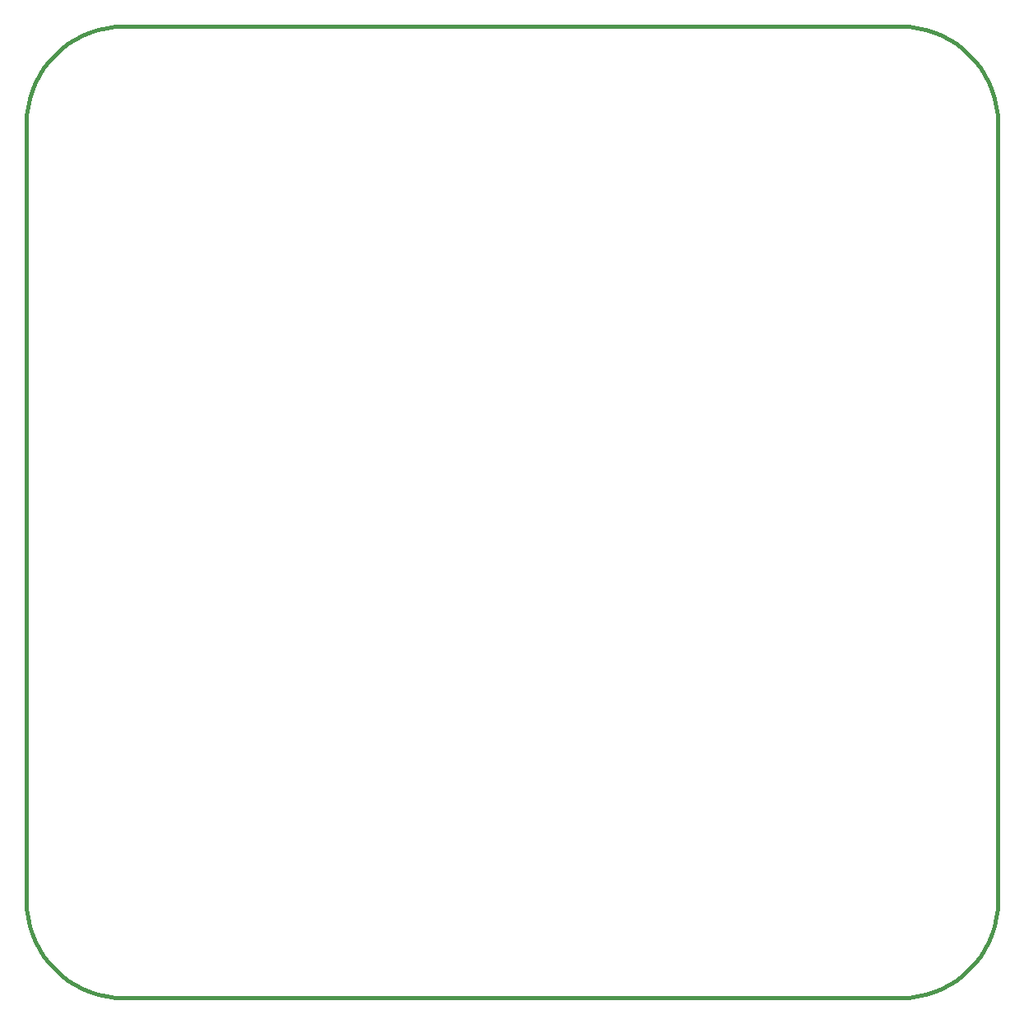
<source format=gbr>
G04 (created by PCBNEW-RS274X (2010-00-09 BZR 23xx)-stable) date Sun 02 Oct 2011 01:46:58 PM EDT*
G01*
G70*
G90*
%MOIN*%
G04 Gerber Fmt 3.4, Leading zero omitted, Abs format*
%FSLAX34Y34*%
G04 APERTURE LIST*
%ADD10C,0.005000*%
%ADD11C,0.015000*%
G04 APERTURE END LIST*
G54D10*
G54D11*
X19685Y-55118D02*
X19685Y-23622D01*
X55118Y-59055D02*
X23622Y-59055D01*
X59055Y-23622D02*
X59055Y-55118D01*
X23622Y-19685D02*
X55118Y-19685D01*
X55118Y-59055D02*
X55461Y-59040D01*
X55801Y-58995D01*
X56136Y-58920D01*
X56464Y-58817D01*
X56781Y-58686D01*
X57086Y-58527D01*
X57376Y-58343D01*
X57648Y-58133D01*
X57901Y-57901D01*
X58133Y-57648D01*
X58343Y-57376D01*
X58527Y-57086D01*
X58686Y-56781D01*
X58817Y-56464D01*
X58920Y-56136D01*
X58995Y-55801D01*
X59040Y-55461D01*
X59055Y-55118D01*
X19685Y-55118D02*
X19700Y-55461D01*
X19745Y-55801D01*
X19820Y-56136D01*
X19923Y-56464D01*
X20054Y-56781D01*
X20213Y-57086D01*
X20397Y-57376D01*
X20607Y-57648D01*
X20839Y-57901D01*
X21092Y-58133D01*
X21364Y-58343D01*
X21654Y-58527D01*
X21959Y-58686D01*
X22276Y-58817D01*
X22604Y-58920D01*
X22939Y-58995D01*
X23279Y-59040D01*
X23622Y-59055D01*
X23622Y-19685D02*
X23279Y-19700D01*
X22939Y-19745D01*
X22604Y-19820D01*
X22276Y-19923D01*
X21959Y-20054D01*
X21654Y-20213D01*
X21364Y-20397D01*
X21092Y-20607D01*
X20839Y-20839D01*
X20607Y-21092D01*
X20397Y-21364D01*
X20213Y-21654D01*
X20054Y-21959D01*
X19923Y-22276D01*
X19820Y-22604D01*
X19745Y-22939D01*
X19700Y-23279D01*
X19685Y-23622D01*
X59055Y-23622D02*
X59040Y-23279D01*
X58995Y-22939D01*
X58920Y-22604D01*
X58817Y-22276D01*
X58686Y-21959D01*
X58527Y-21654D01*
X58343Y-21364D01*
X58133Y-21092D01*
X57901Y-20839D01*
X57648Y-20607D01*
X57376Y-20397D01*
X57086Y-20213D01*
X56781Y-20054D01*
X56464Y-19923D01*
X56136Y-19820D01*
X55801Y-19745D01*
X55461Y-19700D01*
X55118Y-19685D01*
M02*

</source>
